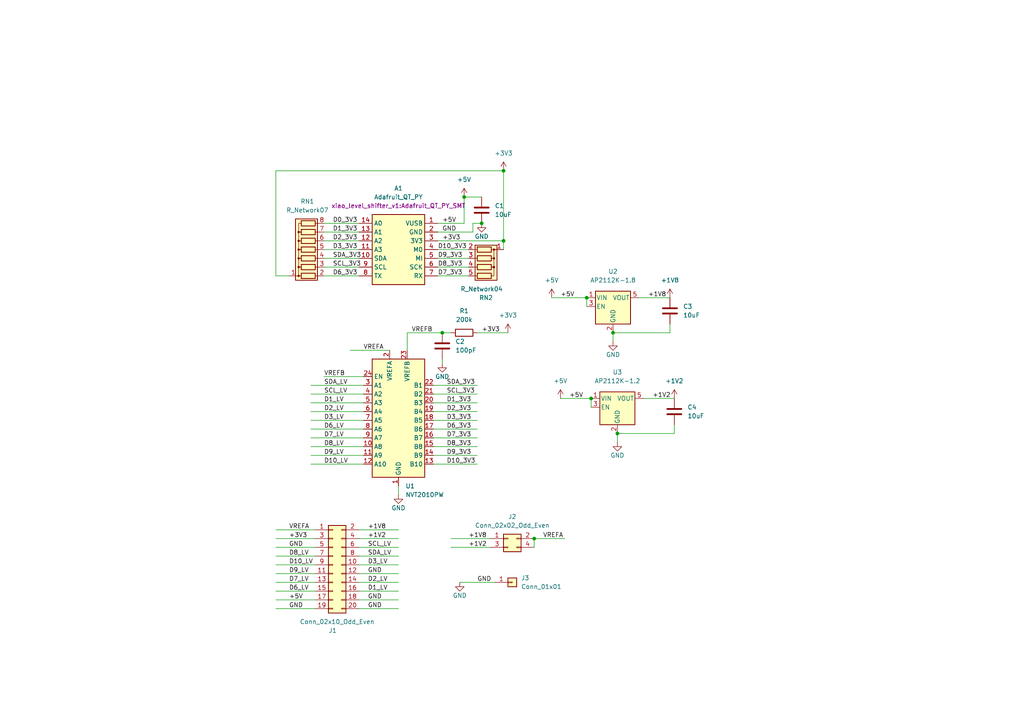
<source format=kicad_sch>
(kicad_sch (version 20211123) (generator eeschema)
  (paper "A4")
  (lib_symbols
    (symbol "Connector_Generic:Conn_01x01" (pin_names (offset 1.016) hide)
      (property "Reference" "J" (at 0 2.54 0))
      (property "Value" "Conn_01x01" (at 0 -2.54 0))
      (symbol "Conn_01x01_1_1"
        (rectangle (start -1.27 0.127) (end 0 -0.127) (stroke (width 0.1524)))
        (rectangle (start -1.27 1.27) (end 1.27 -1.27) (stroke (width 0.254)) (fill (type background)))
        (pin passive line (at -5.08 0 0) (length 3.81) (name "Pin_1") (number "1"))
      )
    )
    (symbol "Connector_Generic:Conn_02x02_Odd_Even" (pin_names (offset 1.016) hide)
      (property "Reference" "J" (at 1.27 2.54 0))
      (property "Value" "Conn_02x02_Odd_Even" (at 1.27 -5.08 0))
      (symbol "Conn_02x02_Odd_Even_1_1"
        (rectangle (start -1.27 -2.413) (end 0 -2.667) (stroke (width 0.1524)))
        (rectangle (start -1.27 0.127) (end 0 -0.127) (stroke (width 0.1524)))
        (rectangle (start -1.27 1.27) (end 3.81 -3.81) (stroke (width 0.254)) (fill (type background)))
        (rectangle (start 3.81 -2.413) (end 2.54 -2.667) (stroke (width 0.1524)))
        (rectangle (start 3.81 0.127) (end 2.54 -0.127) (stroke (width 0.1524)))
        (pin passive line (at -5.08 0 0) (length 3.81) (name "Pin_1") (number "1"))
        (pin passive line (at 7.62 0 180) (length 3.81) (name "Pin_2") (number "2"))
        (pin passive line (at -5.08 -2.54 0) (length 3.81) (name "Pin_3") (number "3"))
        (pin passive line (at 7.62 -2.54 180) (length 3.81) (name "Pin_4") (number "4"))
      )
    )
    (symbol "Connector_Generic:Conn_02x10_Odd_Even" (pin_names (offset 1.016) hide)
      (property "Reference" "J" (at 1.27 12.7 0))
      (property "Value" "Conn_02x10_Odd_Even" (at 1.27 -15.24 0))
      (symbol "Conn_02x10_Odd_Even_1_1"
        (rectangle (start -1.27 -12.573) (end 0 -12.827) (stroke (width 0.1524)))
        (rectangle (start -1.27 -10.033) (end 0 -10.287) (stroke (width 0.1524)))
        (rectangle (start -1.27 -7.493) (end 0 -7.747) (stroke (width 0.1524)))
        (rectangle (start -1.27 -4.953) (end 0 -5.207) (stroke (width 0.1524)))
        (rectangle (start -1.27 -2.413) (end 0 -2.667) (stroke (width 0.1524)))
        (rectangle (start -1.27 0.127) (end 0 -0.127) (stroke (width 0.1524)))
        (rectangle (start -1.27 2.667) (end 0 2.413) (stroke (width 0.1524)))
        (rectangle (start -1.27 5.207) (end 0 4.953) (stroke (width 0.1524)))
        (rectangle (start -1.27 7.747) (end 0 7.493) (stroke (width 0.1524)))
        (rectangle (start -1.27 10.287) (end 0 10.033) (stroke (width 0.1524)))
        (rectangle (start -1.27 11.43) (end 3.81 -13.97) (stroke (width 0.254)) (fill (type background)))
        (rectangle (start 3.81 -12.573) (end 2.54 -12.827) (stroke (width 0.1524)))
        (rectangle (start 3.81 -10.033) (end 2.54 -10.287) (stroke (width 0.1524)))
        (rectangle (start 3.81 -7.493) (end 2.54 -7.747) (stroke (width 0.1524)))
        (rectangle (start 3.81 -4.953) (end 2.54 -5.207) (stroke (width 0.1524)))
        (rectangle (start 3.81 -2.413) (end 2.54 -2.667) (stroke (width 0.1524)))
        (rectangle (start 3.81 0.127) (end 2.54 -0.127) (stroke (width 0.1524)))
        (rectangle (start 3.81 2.667) (end 2.54 2.413) (stroke (width 0.1524)))
        (rectangle (start 3.81 5.207) (end 2.54 4.953) (stroke (width 0.1524)))
        (rectangle (start 3.81 7.747) (end 2.54 7.493) (stroke (width 0.1524)))
        (rectangle (start 3.81 10.287) (end 2.54 10.033) (stroke (width 0.1524)))
        (pin passive line (at -5.08 10.16 0) (length 3.81) (name "Pin_1") (number "1"))
        (pin passive line (at 7.62 0 180) (length 3.81) (name "Pin_10") (number "10"))
        (pin passive line (at -5.08 -2.54 0) (length 3.81) (name "Pin_11") (number "11"))
        (pin passive line (at 7.62 -2.54 180) (length 3.81) (name "Pin_12") (number "12"))
        (pin passive line (at -5.08 -5.08 0) (length 3.81) (name "Pin_13") (number "13"))
        (pin passive line (at 7.62 -5.08 180) (length 3.81) (name "Pin_14") (number "14"))
        (pin passive line (at -5.08 -7.62 0) (length 3.81) (name "Pin_15") (number "15"))
        (pin passive line (at 7.62 -7.62 180) (length 3.81) (name "Pin_16") (number "16"))
        (pin passive line (at -5.08 -10.16 0) (length 3.81) (name "Pin_17") (number "17"))
        (pin passive line (at 7.62 -10.16 180) (length 3.81) (name "Pin_18") (number "18"))
        (pin passive line (at -5.08 -12.7 0) (length 3.81) (name "Pin_19") (number "19"))
        (pin passive line (at 7.62 10.16 180) (length 3.81) (name "Pin_2") (number "2"))
        (pin passive line (at 7.62 -12.7 180) (length 3.81) (name "Pin_20") (number "20"))
        (pin passive line (at -5.08 7.62 0) (length 3.81) (name "Pin_3") (number "3"))
        (pin passive line (at 7.62 7.62 180) (length 3.81) (name "Pin_4") (number "4"))
        (pin passive line (at -5.08 5.08 0) (length 3.81) (name "Pin_5") (number "5"))
        (pin passive line (at 7.62 5.08 180) (length 3.81) (name "Pin_6") (number "6"))
        (pin passive line (at -5.08 2.54 0) (length 3.81) (name "Pin_7") (number "7"))
        (pin passive line (at 7.62 2.54 180) (length 3.81) (name "Pin_8") (number "8"))
        (pin passive line (at -5.08 0 0) (length 3.81) (name "Pin_9") (number "9"))
      )
    )
    (symbol "Device:C" (pin_numbers hide) (pin_names (offset 0.254))
      (property "Reference" "C" (at 0.635 2.54 0))
      (property "Value" "C" (at 0.635 -2.54 0))
      (symbol "C_0_1"
        (polyline (pts (xy -2.032 -0.762) (xy 2.032 -0.762)) (stroke (width 0.508)))
        (polyline (pts (xy -2.032 0.762) (xy 2.032 0.762)) (stroke (width 0.508)))
      )
      (symbol "C_1_1"
        (pin passive line (at 0 3.81 270) (length 2.794) (name "~") (number "1"))
        (pin passive line (at 0 -3.81 90) (length 2.794) (name "~") (number "2"))
      )
    )
    (symbol "Device:R" (pin_numbers hide) (pin_names (offset 0))
      (property "Reference" "R" (at 2.032 0 90))
      (property "Value" "R" (at 0 0 90))
      (symbol "R_0_1"
        (rectangle (start -1.016 -2.54) (end 1.016 2.54) (stroke (width 0.254)))
      )
      (symbol "R_1_1"
        (pin passive line (at 0 3.81 270) (length 1.27) (name "~") (number "1"))
        (pin passive line (at 0 -3.81 90) (length 1.27) (name "~") (number "2"))
      )
    )
    (symbol "Device:R_Network04" (pin_names (offset 0) hide)
      (property "Reference" "RN" (at -7.62 0 90))
      (property "Value" "R_Network04" (at 5.08 0 90))
      (symbol "R_Network04_0_1"
        (rectangle (start -6.35 -3.175) (end 3.81 3.175) (stroke (width 0.254)) (fill (type background)))
        (rectangle (start -5.842 1.524) (end -4.318 -2.54) (stroke (width 0.254)))
        (circle (center -5.08 2.286) (radius 0.254) (fill (type outline)))
        (rectangle (start -3.302 1.524) (end -1.778 -2.54) (stroke (width 0.254)))
        (circle (center -2.54 2.286) (radius 0.254) (fill (type outline)))
        (rectangle (start -0.762 1.524) (end 0.762 -2.54) (stroke (width 0.254)))
        (polyline (pts (xy -5.08 -2.54) (xy -5.08 -3.81)))
        (polyline (pts (xy -2.54 -2.54) (xy -2.54 -3.81)))
        (polyline (pts (xy 0 -2.54) (xy 0 -3.81)))
        (polyline (pts (xy 2.54 -2.54) (xy 2.54 -3.81)))
        (polyline (pts (xy -5.08 1.524) (xy -5.08 2.286) (xy -2.54 2.286) (xy -2.54 1.524)))
        (polyline (pts (xy -2.54 1.524) (xy -2.54 2.286) (xy 0 2.286) (xy 0 1.524)))
        (polyline (pts (xy 0 1.524) (xy 0 2.286) (xy 2.54 2.286) (xy 2.54 1.524)))
        (circle (center 0 2.286) (radius 0.254) (fill (type outline)))
        (rectangle (start 1.778 1.524) (end 3.302 -2.54) (stroke (width 0.254)))
      )
      (symbol "R_Network04_1_1"
        (pin passive line (at -5.08 5.08 270) (length 2.54) (name "common") (number "1"))
        (pin passive line (at -5.08 -5.08 90) (length 1.27) (name "R1") (number "2"))
        (pin passive line (at -2.54 -5.08 90) (length 1.27) (name "R2") (number "3"))
        (pin passive line (at 0 -5.08 90) (length 1.27) (name "R3") (number "4"))
        (pin passive line (at 2.54 -5.08 90) (length 1.27) (name "R4") (number "5"))
      )
    )
    (symbol "Device:R_Network07" (pin_names (offset 0) hide)
      (property "Reference" "RN" (at -10.16 0 90))
      (property "Value" "R_Network07" (at 10.16 0 90))
      (symbol "R_Network07_0_1"
        (rectangle (start -8.89 -3.175) (end 8.89 3.175) (stroke (width 0.254)) (fill (type background)))
        (rectangle (start -8.382 1.524) (end -6.858 -2.54) (stroke (width 0.254)))
        (circle (center -7.62 2.286) (radius 0.254) (fill (type outline)))
        (rectangle (start -5.842 1.524) (end -4.318 -2.54) (stroke (width 0.254)))
        (circle (center -5.08 2.286) (radius 0.254) (fill (type outline)))
        (rectangle (start -3.302 1.524) (end -1.778 -2.54) (stroke (width 0.254)))
        (circle (center -2.54 2.286) (radius 0.254) (fill (type outline)))
        (rectangle (start -0.762 1.524) (end 0.762 -2.54) (stroke (width 0.254)))
        (polyline (pts (xy -7.62 -2.54) (xy -7.62 -3.81)))
        (polyline (pts (xy -5.08 -2.54) (xy -5.08 -3.81)))
        (polyline (pts (xy -2.54 -2.54) (xy -2.54 -3.81)))
        (polyline (pts (xy 0 -2.54) (xy 0 -3.81)))
        (polyline (pts (xy 2.54 -2.54) (xy 2.54 -3.81)))
        (polyline (pts (xy 5.08 -2.54) (xy 5.08 -3.81)))
        (polyline (pts (xy 7.62 -2.54) (xy 7.62 -3.81)))
        (polyline (pts (xy -7.62 1.524) (xy -7.62 2.286) (xy -5.08 2.286) (xy -5.08 1.524)))
        (polyline (pts (xy -5.08 1.524) (xy -5.08 2.286) (xy -2.54 2.286) (xy -2.54 1.524)))
        (polyline (pts (xy -2.54 1.524) (xy -2.54 2.286) (xy 0 2.286) (xy 0 1.524)))
        (polyline (pts (xy 0 1.524) (xy 0 2.286) (xy 2.54 2.286) (xy 2.54 1.524)))
        (polyline (pts (xy 2.54 1.524) (xy 2.54 2.286) (xy 5.08 2.286) (xy 5.08 1.524)))
        (polyline (pts (xy 5.08 1.524) (xy 5.08 2.286) (xy 7.62 2.286) (xy 7.62 1.524)))
        (circle (center 0 2.286) (radius 0.254) (fill (type outline)))
        (rectangle (start 1.778 1.524) (end 3.302 -2.54) (stroke (width 0.254)))
        (circle (center 2.54 2.286) (radius 0.254) (fill (type outline)))
        (rectangle (start 4.318 1.524) (end 5.842 -2.54) (stroke (width 0.254)))
        (circle (center 5.08 2.286) (radius 0.254) (fill (type outline)))
        (rectangle (start 6.858 1.524) (end 8.382 -2.54) (stroke (width 0.254)))
      )
      (symbol "R_Network07_1_1"
        (pin passive line (at -7.62 5.08 270) (length 2.54) (name "common") (number "1"))
        (pin passive line (at -7.62 -5.08 90) (length 1.27) (name "R1") (number "2"))
        (pin passive line (at -5.08 -5.08 90) (length 1.27) (name "R2") (number "3"))
        (pin passive line (at -2.54 -5.08 90) (length 1.27) (name "R3") (number "4"))
        (pin passive line (at 0 -5.08 90) (length 1.27) (name "R4") (number "5"))
        (pin passive line (at 2.54 -5.08 90) (length 1.27) (name "R5") (number "6"))
        (pin passive line (at 5.08 -5.08 90) (length 1.27) (name "R6") (number "7"))
        (pin passive line (at 7.62 -5.08 90) (length 1.27) (name "R7") (number "8"))
      )
    )
    (symbol "Regulator_Linear:AP2112K-1.2" (pin_names (offset 0.254))
      (property "Reference" "U" (at -5.08 5.715 0))
      (property "Value" "AP2112K-1.2" (at 0 5.715 0))
      (symbol "AP2112K-1.2_0_1"
        (rectangle (start -5.08 4.445) (end 5.08 -5.08) (stroke (width 0.254)) (fill (type background)))
      )
      (symbol "AP2112K-1.2_1_1"
        (pin power_in line (at -7.62 2.54 0) (length 2.54) (name "VIN") (number "1"))
        (pin power_in line (at 0 -7.62 90) (length 2.54) (name "GND") (number "2"))
        (pin input line (at -7.62 0 0) (length 2.54) (name "EN") (number "3"))
        (pin no_connect line (at 5.08 0 180) (length 2.54) hide (name "NC") (number "4"))
        (pin power_out line (at 7.62 2.54 180) (length 2.54) (name "VOUT") (number "5"))
      )
    )
    (symbol "Regulator_Linear:AP2112K-1.8" (pin_names (offset 0.254))
      (property "Reference" "U" (at -5.08 5.715 0))
      (property "Value" "AP2112K-1.8" (at 0 5.715 0))
      (symbol "AP2112K-1.8_0_1"
        (rectangle (start -5.08 4.445) (end 5.08 -5.08) (stroke (width 0.254)) (fill (type background)))
      )
      (symbol "AP2112K-1.8_1_1"
        (pin power_in line (at -7.62 2.54 0) (length 2.54) (name "VIN") (number "1"))
        (pin power_in line (at 0 -7.62 90) (length 2.54) (name "GND") (number "2"))
        (pin input line (at -7.62 0 0) (length 2.54) (name "EN") (number "3"))
        (pin no_connect line (at 5.08 0 180) (length 2.54) hide (name "NC") (number "4"))
        (pin power_out line (at 7.62 2.54 180) (length 2.54) (name "VOUT") (number "5"))
      )
    )
    (symbol "power:+1V2" (power) (pin_names (offset 0))
      (property "Value" "+1V2" (at 0 3.556 0))
      (symbol "+1V2_0_1"
        (polyline (pts (xy -0.762 1.27) (xy 0 2.54)))
        (polyline (pts (xy 0 0) (xy 0 2.54)))
        (polyline (pts (xy 0 2.54) (xy 0.762 1.27)))
      )
      (symbol "+1V2_1_1"
        (pin power_in line (at 0 0 90) (length 0) hide (name "+1V2") (number "1"))
      )
    )
    (symbol "power:+1V8" (power) (pin_names (offset 0))
      (property "Value" "+1V8" (at 0 3.556 0))
      (symbol "+1V8_0_1"
        (polyline (pts (xy -0.762 1.27) (xy 0 2.54)))
        (polyline (pts (xy 0 0) (xy 0 2.54)))
        (polyline (pts (xy 0 2.54) (xy 0.762 1.27)))
      )
      (symbol "+1V8_1_1"
        (pin power_in line (at 0 0 90) (length 0) hide (name "+1V8") (number "1"))
      )
    )
    (symbol "power:+3V3" (power) (pin_names (offset 0))
      (property "Value" "+3V3" (at 0 3.556 0))
      (symbol "+3V3_0_1"
        (polyline (pts (xy -0.762 1.27) (xy 0 2.54)))
        (polyline (pts (xy 0 0) (xy 0 2.54)))
        (polyline (pts (xy 0 2.54) (xy 0.762 1.27)))
      )
      (symbol "+3V3_1_1"
        (pin power_in line (at 0 0 90) (length 0) hide (name "+3V3") (number "1"))
      )
    )
    (symbol "power:+5V" (power) (pin_names (offset 0))
      (property "Value" "+5V" (at 0 3.556 0))
      (symbol "+5V_0_1"
        (polyline (pts (xy -0.762 1.27) (xy 0 2.54)))
        (polyline (pts (xy 0 0) (xy 0 2.54)))
        (polyline (pts (xy 0 2.54) (xy 0.762 1.27)))
      )
      (symbol "+5V_1_1"
        (pin power_in line (at 0 0 90) (length 0) hide (name "+5V") (number "1"))
      )
    )
    (symbol "power:GND" (power) (pin_names (offset 0))
      (property "Value" "GND" (at 0 -3.81 0))
      (symbol "GND_0_1"
        (polyline (pts (xy 0 0) (xy 0 -1.27) (xy 1.27 -1.27) (xy 0 -2.54) (xy -1.27 -1.27) (xy 0 -1.27)))
      )
      (symbol "GND_1_1"
        (pin power_in line (at 0 0 270) (length 0) hide (name "GND") (number "1"))
      )
    )
    (symbol "xiao_level_shifter_v1:Adafruit_QT_PY"
      (property "Reference" "A1" (at 0 38.1 0))
      (property "Value" "Adafruit_QT_PY" (at 0 35.56 0))
      (property "Footprint" "xiao_level_shifter_v1:Adafruit_QT_PY" (at 0 33.02 0))
      (symbol "Adafruit_QT_PY_0_0"
        (pin bidirectional line (at -11.43 17.78 0) (length 3.81) (name "SDA") (number "10"))
        (pin bidirectional line (at 11.43 17.78 180) (length 3.81) (name "MI") (number "5"))
        (pin bidirectional line (at 11.43 15.24 180) (length 3.81) (name "SCK") (number "6"))
        (pin bidirectional line (at 11.43 12.7 180) (length 3.81) (name "RX") (number "7"))
        (pin bidirectional line (at -11.43 12.7 0) (length 3.81) (name "TX") (number "8"))
        (pin bidirectional line (at -11.43 15.24 0) (length 3.81) (name "SCL") (number "9"))
      )
      (symbol "Adafruit_QT_PY_0_1"
        (rectangle (start -7.62 30.48) (end 7.62 10.16) (stroke (width 0.254)) (fill (type background)))
      )
      (symbol "Adafruit_QT_PY_1_1"
        (pin power_out line (at 11.43 27.94 180) (length 3.81) (name "VUSB") (number "1"))
        (pin bidirectional line (at -11.43 20.32 0) (length 3.81) (name "A3") (number "11"))
        (pin bidirectional line (at -11.43 22.86 0) (length 3.81) (name "A2") (number "12"))
        (pin bidirectional line (at -11.43 25.4 0) (length 3.81) (name "A1") (number "13"))
        (pin bidirectional line (at -11.43 27.94 0) (length 3.81) (name "A0") (number "14"))
        (pin power_out line (at 11.43 25.4 180) (length 3.81) (name "GND") (number "2"))
        (pin power_out line (at 11.43 22.86 180) (length 3.81) (name "3V3") (number "3"))
        (pin bidirectional line (at 11.43 20.32 180) (length 3.81) (name "M0") (number "4"))
      )
    )
    (symbol "xiao_level_shifter_v1:NVT2010PW"
      (property "Reference" "U" (at -6.35 16.51 0))
      (property "Value" "NVT2010PW" (at 3.81 16.51 0))
      (symbol "NVT2010PW_0_1"
        (rectangle (start -7.62 15.24) (end 7.62 -19.05) (stroke (width 0.254)) (fill (type background)))
      )
      (symbol "NVT2010PW_1_1"
        (pin power_in line (at 0 -21.59 90) (length 2.54) (name "GND") (number "1"))
        (pin bidirectional line (at -10.16 -10.16 0) (length 2.54) (name "A8") (number "10"))
        (pin bidirectional line (at -10.16 -12.7 0) (length 2.54) (name "A9") (number "11"))
        (pin bidirectional line (at -10.16 -15.24 0) (length 2.54) (name "A10") (number "12"))
        (pin bidirectional line (at 10.16 -15.24 180) (length 2.54) (name "B10") (number "13"))
        (pin bidirectional line (at 10.16 -12.7 180) (length 2.54) (name "B9") (number "14"))
        (pin bidirectional line (at 10.16 -10.16 180) (length 2.54) (name "B8") (number "15"))
        (pin bidirectional line (at 10.16 -7.62 180) (length 2.54) (name "B7") (number "16"))
        (pin bidirectional line (at 10.16 -5.08 180) (length 2.54) (name "B6") (number "17"))
        (pin bidirectional line (at 10.16 -2.54 180) (length 2.54) (name "B5") (number "18"))
        (pin bidirectional line (at 10.16 0 180) (length 2.54) (name "B4") (number "19"))
        (pin power_in line (at -2.54 17.78 270) (length 2.54) (name "VREFA") (number "2"))
        (pin bidirectional line (at 10.16 2.54 180) (length 2.54) (name "B3") (number "20"))
        (pin bidirectional line (at 10.16 5.08 180) (length 2.54) (name "B2") (number "21"))
        (pin bidirectional line (at 10.16 7.62 180) (length 2.54) (name "B1") (number "22"))
        (pin power_in line (at 2.54 17.78 270) (length 2.54) (name "VREFB") (number "23"))
        (pin input line (at -10.16 10.16 0) (length 2.54) (name "EN") (number "24"))
        (pin bidirectional line (at -10.16 7.62 0) (length 2.54) (name "A1") (number "3"))
        (pin bidirectional line (at -10.16 5.08 0) (length 2.54) (name "A2") (number "4"))
        (pin bidirectional line (at -10.16 2.54 0) (length 2.54) (name "A3") (number "5"))
        (pin bidirectional line (at -10.16 0 0) (length 2.54) (name "A4") (number "6"))
        (pin bidirectional line (at -10.16 -2.54 0) (length 2.54) (name "A5") (number "7"))
        (pin bidirectional line (at -10.16 -5.08 0) (length 2.54) (name "A6") (number "8"))
        (pin bidirectional line (at -10.16 -7.62 0) (length 2.54) (name "A7") (number "9"))
      )
    )
  )
  (junction (at 134.62 57.15))
  (junction (at 171.45 115.57))
  (junction (at 170.18 86.36))
  (junction (at 154.94 156.21))
  (junction (at 177.8 96.52))
  (junction (at 146.05 69.85))
  (junction (at 146.05 49.53))
  (junction (at 139.7 64.77))
  (junction (at 179.07 125.73))
  (junction (at 128.27 96.52))
  (wire (pts (xy 134.62 57.15) (xy 139.7 57.15)))
  (wire (pts (xy 130.81 158.75) (xy 142.24 158.75)))
  (wire (pts (xy 127 69.85) (xy 146.05 69.85)))
  (wire (pts (xy 186.69 115.57) (xy 195.58 115.57)))
  (wire (pts (xy 130.81 156.21) (xy 142.24 156.21)))
  (wire (pts (xy 125.73 134.62) (xy 138.43 134.62)))
  (wire (pts (xy 194.31 96.52) (xy 194.31 93.98)))
  (wire (pts (xy 90.17 127) (xy 105.41 127)))
  (wire (pts (xy 125.73 129.54) (xy 138.43 129.54)))
  (wire (pts (xy 137.16 64.77) (xy 139.7 64.77)))
  (wire (pts (xy 171.45 115.57) (xy 171.45 118.11)))
  (wire (pts (xy 80.01 153.67) (xy 91.44 153.67)))
  (wire (pts (xy 125.73 119.38) (xy 138.43 119.38)))
  (wire (pts (xy 93.98 74.93) (xy 104.14 74.93)))
  (wire (pts (xy 128.27 104.14) (xy 128.27 105.41)))
  (wire (pts (xy 146.05 49.53) (xy 146.05 69.85)))
  (wire (pts (xy 80.01 166.37) (xy 91.44 166.37)))
  (wire (pts (xy 80.01 168.91) (xy 91.44 168.91)))
  (wire (pts (xy 93.98 80.01) (xy 104.14 80.01)))
  (wire (pts (xy 90.17 134.62) (xy 105.41 134.62)))
  (wire (pts (xy 93.98 67.31) (xy 104.14 67.31)))
  (wire (pts (xy 80.01 171.45) (xy 91.44 171.45)))
  (wire (pts (xy 125.73 127) (xy 138.43 127)))
  (wire (pts (xy 104.14 168.91) (xy 115.57 168.91)))
  (wire (pts (xy 104.14 171.45) (xy 115.57 171.45)))
  (wire (pts (xy 185.42 86.36) (xy 194.31 86.36)))
  (wire (pts (xy 80.01 163.83) (xy 91.44 163.83)))
  (wire (pts (xy 128.27 96.52) (xy 130.81 96.52)))
  (wire (pts (xy 80.01 176.53) (xy 91.44 176.53)))
  (wire (pts (xy 146.05 69.85) (xy 146.05 72.39)))
  (wire (pts (xy 179.07 125.73) (xy 195.58 125.73)))
  (wire (pts (xy 125.73 111.76) (xy 138.43 111.76)))
  (wire (pts (xy 171.45 115.57) (xy 162.56 115.57)))
  (wire (pts (xy 104.14 158.75) (xy 115.57 158.75)))
  (wire (pts (xy 138.43 96.52) (xy 147.32 96.52)))
  (wire (pts (xy 90.17 114.3) (xy 105.41 114.3)))
  (wire (pts (xy 93.98 72.39) (xy 104.14 72.39)))
  (wire (pts (xy 125.73 116.84) (xy 138.43 116.84)))
  (wire (pts (xy 133.35 168.91) (xy 143.51 168.91)))
  (wire (pts (xy 195.58 125.73) (xy 195.58 123.19)))
  (wire (pts (xy 127 77.47) (xy 135.89 77.47)))
  (wire (pts (xy 104.14 153.67) (xy 115.57 153.67)))
  (wire (pts (xy 104.14 176.53) (xy 115.57 176.53)))
  (wire (pts (xy 80.01 173.99) (xy 91.44 173.99)))
  (wire (pts (xy 93.98 109.22) (xy 105.41 109.22)))
  (wire (pts (xy 101.6 101.6) (xy 113.03 101.6)))
  (wire (pts (xy 104.14 163.83) (xy 115.57 163.83)))
  (wire (pts (xy 90.17 124.46) (xy 105.41 124.46)))
  (wire (pts (xy 93.98 77.47) (xy 104.14 77.47)))
  (wire (pts (xy 170.18 86.36) (xy 170.18 88.9)))
  (wire (pts (xy 154.94 156.21) (xy 154.94 158.75)))
  (wire (pts (xy 104.14 156.21) (xy 115.57 156.21)))
  (wire (pts (xy 93.98 64.77) (xy 104.14 64.77)))
  (wire (pts (xy 80.01 49.53) (xy 146.05 49.53)))
  (wire (pts (xy 93.98 69.85) (xy 104.14 69.85)))
  (wire (pts (xy 134.62 64.77) (xy 134.62 57.15)))
  (wire (pts (xy 125.73 114.3) (xy 138.43 114.3)))
  (wire (pts (xy 125.73 121.92) (xy 138.43 121.92)))
  (wire (pts (xy 80.01 156.21) (xy 91.44 156.21)))
  (wire (pts (xy 104.14 166.37) (xy 115.57 166.37)))
  (wire (pts (xy 80.01 161.29) (xy 91.44 161.29)))
  (wire (pts (xy 90.17 111.76) (xy 105.41 111.76)))
  (wire (pts (xy 125.73 132.08) (xy 138.43 132.08)))
  (wire (pts (xy 177.8 96.52) (xy 194.31 96.52)))
  (wire (pts (xy 90.17 121.92) (xy 105.41 121.92)))
  (wire (pts (xy 80.01 158.75) (xy 91.44 158.75)))
  (wire (pts (xy 90.17 116.84) (xy 105.41 116.84)))
  (wire (pts (xy 104.14 161.29) (xy 115.57 161.29)))
  (wire (pts (xy 90.17 119.38) (xy 105.41 119.38)))
  (wire (pts (xy 127 64.77) (xy 134.62 64.77)))
  (wire (pts (xy 127 72.39) (xy 135.89 72.39)))
  (wire (pts (xy 80.01 49.53) (xy 80.01 80.01)))
  (wire (pts (xy 160.02 86.36) (xy 170.18 86.36)))
  (wire (pts (xy 127 74.93) (xy 135.89 74.93)))
  (wire (pts (xy 137.16 67.31) (xy 137.16 64.77)))
  (wire (pts (xy 177.8 96.52) (xy 177.8 99.06)))
  (wire (pts (xy 104.14 173.99) (xy 115.57 173.99)))
  (wire (pts (xy 179.07 125.73) (xy 179.07 128.27)))
  (wire (pts (xy 118.11 96.52) (xy 118.11 101.6)))
  (wire (pts (xy 154.94 156.21) (xy 163.83 156.21)))
  (wire (pts (xy 127 67.31) (xy 137.16 67.31)))
  (wire (pts (xy 90.17 132.08) (xy 105.41 132.08)))
  (wire (pts (xy 127 80.01) (xy 135.89 80.01)))
  (wire (pts (xy 128.27 96.52) (xy 118.11 96.52)))
  (wire (pts (xy 80.01 80.01) (xy 83.82 80.01)))
  (wire (pts (xy 115.57 140.97) (xy 115.57 143.51)))
  (wire (pts (xy 125.73 124.46) (xy 138.43 124.46)))
  (wire (pts (xy 90.17 129.54) (xy 105.41 129.54)))
  (label "D0_3V3" (at 96.52 64.77 0))
  (label "D9_3V3" (at 127 74.93 0))
  (label "+1V8" (at 187.96 86.36 0))
  (label "SDA_3V3" (at 129.54 111.76 0))
  (label "D9_LV" (at 83.82 166.37 0))
  (label "SCL_3V3" (at 96.52 77.47 0))
  (label "SCL_3V3" (at 129.54 114.3 0))
  (label "GND" (at 106.68 166.37 0))
  (label "+5V" (at 83.82 173.99 0))
  (label "D8_LV" (at 93.98 129.54 0))
  (label "D3_LV" (at 106.68 163.83 0))
  (label "D7_3V3" (at 127 80.01 0))
  (label "D10_3V3" (at 129.54 134.62 0))
  (label "+5V" (at 165.1 115.57 0))
  (label "D8_3V3" (at 127 77.47 0))
  (label "D7_3V3" (at 129.54 127 0))
  (label "D3_LV" (at 93.98 121.92 0))
  (label "D9_LV" (at 93.98 132.08 0))
  (label "D1_3V3" (at 96.52 67.31 0))
  (label "D2_LV" (at 93.98 119.38 0))
  (label "SCL_LV" (at 106.68 158.75 0))
  (label "D10_LV" (at 93.98 134.62 0))
  (label "GND" (at 128.27 67.31 0))
  (label "D1_LV" (at 106.68 171.45 0))
  (label "D1_3V3" (at 129.54 116.84 0))
  (label "D6_LV" (at 93.98 124.46 0))
  (label "+3V3" (at 128.27 69.85 0))
  (label "D6_LV" (at 83.82 171.45 0))
  (label "VREFB" (at 93.98 109.22 0))
  (label "D8_LV" (at 83.82 161.29 0))
  (label "D2_LV" (at 106.68 168.91 0))
  (label "+3V3" (at 83.82 156.21 0))
  (label "GND" (at 83.82 158.75 0))
  (label "D2_3V3" (at 129.54 119.38 0))
  (label "VREFB" (at 119.38 96.52 0))
  (label "GND" (at 138.43 168.91 0))
  (label "+1V8" (at 135.89 156.21 0))
  (label "D3_3V3" (at 129.54 121.92 0))
  (label "D6_3V3" (at 96.52 80.01 0))
  (label "D10_3V3" (at 127 72.39 0))
  (label "+3V3" (at 139.7 96.52 0))
  (label "+5V" (at 128.27 64.77 0))
  (label "+1V8" (at 106.68 153.67 0))
  (label "D8_3V3" (at 129.54 129.54 0))
  (label "VREFA" (at 157.48 156.21 0))
  (label "D7_LV" (at 83.82 168.91 0))
  (label "D7_LV" (at 93.98 127 0))
  (label "SDA_LV" (at 93.98 111.76 0))
  (label "GND" (at 106.68 176.53 0))
  (label "SDA_LV" (at 106.68 161.29 0))
  (label "VREFA" (at 105.41 101.6 0))
  (label "D2_3V3" (at 96.52 69.85 0))
  (label "GND" (at 83.82 176.53 0))
  (label "SCL_LV" (at 93.98 114.3 0))
  (label "+5V" (at 162.56 86.36 0))
  (label "+1V2" (at 189.23 115.57 0))
  (label "D3_3V3" (at 96.52 72.39 0))
  (label "SDA_3V3" (at 96.52 74.93 0))
  (label "+1V2" (at 106.68 156.21 0))
  (label "D6_3V3" (at 129.54 124.46 0))
  (label "+1V2" (at 135.89 158.75 0))
  (label "GND" (at 106.68 173.99 0))
  (label "D1_LV" (at 93.98 116.84 0))
  (label "VREFA" (at 83.82 153.67 0))
  (label "D9_3V3" (at 129.54 132.08 0))
  (label "D10_LV" (at 83.82 163.83 0))
  (symbol (lib_id "Device:C") (at 194.31 90.17 0) (unit 1)
    (property "Reference" "C3" (at 198.12 88.8999 0) (effects (justify left)))
    (property "Value" "10uF" (at 198.12 91.4399 0) (effects (justify left)))
    (property "Footprint" "Resistor_SMD:R_0603_1608Metric" (effects hide))
  )
  (symbol (lib_id "Regulator_Linear:AP2112K-1.2") (at 179.07 118.11 0) (unit 1)
    (property "Reference" "U3" (at 179.07 107.95 0))
    (property "Value" "AP2112K-1.2" (at 179.07 110.49 0))
    (property "Footprint" "Package_TO_SOT_SMD:SOT-23-5" (effects hide))
    (property "Datasheet" "https://www.diodes.com/assets/Datasheets/AP2112.pdf" (effects hide))
  )
  (symbol (lib_id "power:+5V") (at 160.02 86.36 0) (unit 1)
    (property "Reference" "#PWR0109" (effects hide))
    (property "Value" "+5V" (at 160.02 81.28 0))
  )
  (symbol (lib_id "Device:C") (at 139.7 60.96 0) (unit 1)
    (property "Reference" "C1" (at 143.51 59.6899 0) (effects (justify left)))
    (property "Value" "10uF" (at 143.51 62.2299 0) (effects (justify left)))
    (property "Footprint" "Resistor_SMD:R_0603_1608Metric" (effects hide))
  )
  (symbol (lib_id "power:+3V3") (at 146.05 49.53 0) (unit 1)
    (property "Reference" "#PWR0104" (effects hide))
    (property "Value" "+3V3" (at 146.05 44.45 0))
  )
  (symbol (lib_id "Device:R") (at 134.62 96.52 270) (unit 1)
    (property "Reference" "R1" (at 134.62 90.17 90))
    (property "Value" "200k" (at 134.62 92.71 90))
    (property "Footprint" "Capacitor_SMD:C_0603_1608Metric" (effects hide))
  )
  (symbol (lib_id "power:+3V3") (at 147.32 96.52 0) (unit 1)
    (property "Reference" "#PWR0103" (effects hide))
    (property "Value" "+3V3" (at 147.32 91.44 0))
  )
  (symbol (lib_id "power:GND") (at 179.07 128.27 0) (unit 1)
    (property "Reference" "#PWR0106" (effects hide))
    (property "Value" "GND" (at 179.07 132.08 0))
  )
  (symbol (lib_id "power:GND") (at 139.7 64.77 0) (unit 1)
    (property "Reference" "#PWR0102" (effects hide))
    (property "Value" "GND" (at 139.7 68.58 0))
  )
  (symbol (lib_id "xiao_level_shifter_v1:Adafruit_QT_PY") (at 115.57 92.71 0) (unit 1)
    (property "Reference" "A1" (at 115.57 54.61 0))
    (property "Value" "Adafruit_QT_PY" (at 115.57 57.15 0))
    (property "Footprint" "xiao_level_shifter_v1:Adafruit_QT_PY_SMT" (at 115.57 59.69 0))
    (property "Datasheet" "https://www.adafruit.com/product/4600" (effects hide))
  )
  (symbol (lib_id "Connector_Generic:Conn_02x02_Odd_Even") (at 147.32 156.21 0) (unit 1)
    (property "Reference" "J2" (at 148.59 149.86 0))
    (property "Value" "Conn_02x02_Odd_Even" (at 148.59 152.4 0))
    (property "Footprint" "Connector_PinHeader_2.54mm:PinHeader_2x02_P2.54mm_Vertical" (effects hide))
  )
  (symbol (lib_id "xiao_level_shifter_v1:NVT2010PW") (at 115.57 119.38 0) (unit 1)
    (property "Reference" "U1" (at 117.5894 140.97 0) (effects (justify left)))
    (property "Value" "NVT2010PW" (at 117.5894 143.51 0) (effects (justify left)))
    (property "Footprint" "Package_SO:TSSOP-24_4.4x7.8mm_P0.65mm" (effects hide))
    (property "Datasheet" "https://www.nxp.com/docs/en/data-sheet/NVT2008_NVT2010.pdf" (effects hide))
  )
  (symbol (lib_id "power:+1V8") (at 194.31 86.36 0) (unit 1)
    (property "Reference" "#PWR0112" (effects hide))
    (property "Value" "+1V8" (at 194.31 81.28 0))
  )
  (symbol (lib_id "power:+5V") (at 162.56 115.57 0) (unit 1)
    (property "Reference" "#PWR0108" (effects hide))
    (property "Value" "+5V" (at 162.56 110.49 0))
  )
  (symbol (lib_id "Device:R_Network04") (at 140.97 77.47 270) (unit 1)
    (property "Reference" "RN2" (at 140.97 86.36 90))
    (property "Value" "R_Network04" (at 139.7 83.82 90))
    (property "Footprint" "xiao_level_shifter_v1:R_Array_SMT5" (effects hide))
    (property "Datasheet" "http://www.vishay.com/docs/31509/csc.pdf" (effects hide))
  )
  (symbol (lib_id "Device:C") (at 195.58 119.38 0) (unit 1)
    (property "Reference" "C4" (at 199.39 118.1099 0) (effects (justify left)))
    (property "Value" "10uF" (at 199.39 120.6499 0) (effects (justify left)))
    (property "Footprint" "Resistor_SMD:R_0603_1608Metric" (effects hide))
  )
  (symbol (lib_id "Device:C") (at 128.27 100.33 0) (unit 1)
    (property "Reference" "C2" (at 132.08 99.0599 0) (effects (justify left)))
    (property "Value" "100pF" (at 132.08 101.5999 0) (effects (justify left)))
    (property "Footprint" "Resistor_SMD:R_0603_1608Metric" (effects hide))
  )
  (symbol (lib_id "power:GND") (at 128.27 105.41 0) (unit 1)
    (property "Reference" "#PWR0101" (effects hide))
    (property "Value" "GND" (at 128.27 109.22 0))
  )
  (symbol (lib_id "power:+5V") (at 134.62 57.15 0) (unit 1)
    (property "Reference" "#PWR0105" (effects hide))
    (property "Value" "+5V" (at 134.62 52.07 0))
  )
  (symbol (lib_id "Device:R_Network07") (at 88.9 72.39 90) (unit 1)
    (property "Reference" "RN1" (at 89.154 58.42 90))
    (property "Value" "R_Network07" (at 89.154 60.96 90))
    (property "Footprint" "xiao_level_shifter_v1:R_Array_SMT8" (effects hide))
    (property "Datasheet" "http://www.vishay.com/docs/31509/csc.pdf" (effects hide))
  )
  (symbol (lib_id "power:GND") (at 133.35 168.91 0) (unit 1)
    (property "Reference" "#PWR?" (effects hide))
    (property "Value" "GND" (at 133.35 172.72 0))
  )
  (symbol (lib_id "Connector_Generic:Conn_01x01") (at 148.59 168.91 0) (unit 1)
    (property "Reference" "J3" (at 151.13 167.6399 0) (effects (justify left)))
    (property "Value" "Conn_01x01" (at 151.13 170.1799 0) (effects (justify left)))
    (property "Footprint" "Connector_PinHeader_2.54mm:PinHeader_1x01_P2.54mm_Vertical" (effects hide))
  )
  (symbol (lib_id "power:+1V2") (at 195.58 115.57 0) (unit 1)
    (property "Reference" "#PWR0111" (effects hide))
    (property "Value" "+1V2" (at 195.58 110.49 0))
  )
  (symbol (lib_id "power:GND") (at 115.57 143.51 0) (unit 1)
    (property "Reference" "#PWR0110" (effects hide))
    (property "Value" "GND" (at 115.57 147.32 0))
  )
  (symbol (lib_id "Regulator_Linear:AP2112K-1.8") (at 177.8 88.9 0) (unit 1)
    (property "Reference" "U2" (at 177.8 78.74 0))
    (property "Value" "AP2112K-1.8" (at 177.8 81.28 0))
    (property "Footprint" "Package_TO_SOT_SMD:SOT-23-5" (effects hide))
    (property "Datasheet" "https://www.diodes.com/assets/Datasheets/AP2112.pdf" (effects hide))
  )
  (symbol (lib_id "Connector_Generic:Conn_02x10_Odd_Even") (at 96.52 163.83 0) (unit 1)
    (property "Reference" "J1" (at 96.52 182.88 0))
    (property "Value" "Conn_02x10_Odd_Even" (at 97.79 180.34 0))
    (property "Footprint" "Connector_PinHeader_2.54mm:PinHeader_2x10_P2.54mm_Vertical" (effects hide))
  )
  (symbol (lib_id "power:GND") (at 177.8 99.06 0) (unit 1)
    (property "Reference" "#PWR0107" (effects hide))
    (property "Value" "GND" (at 177.8 102.87 0))
  )
)
</source>
